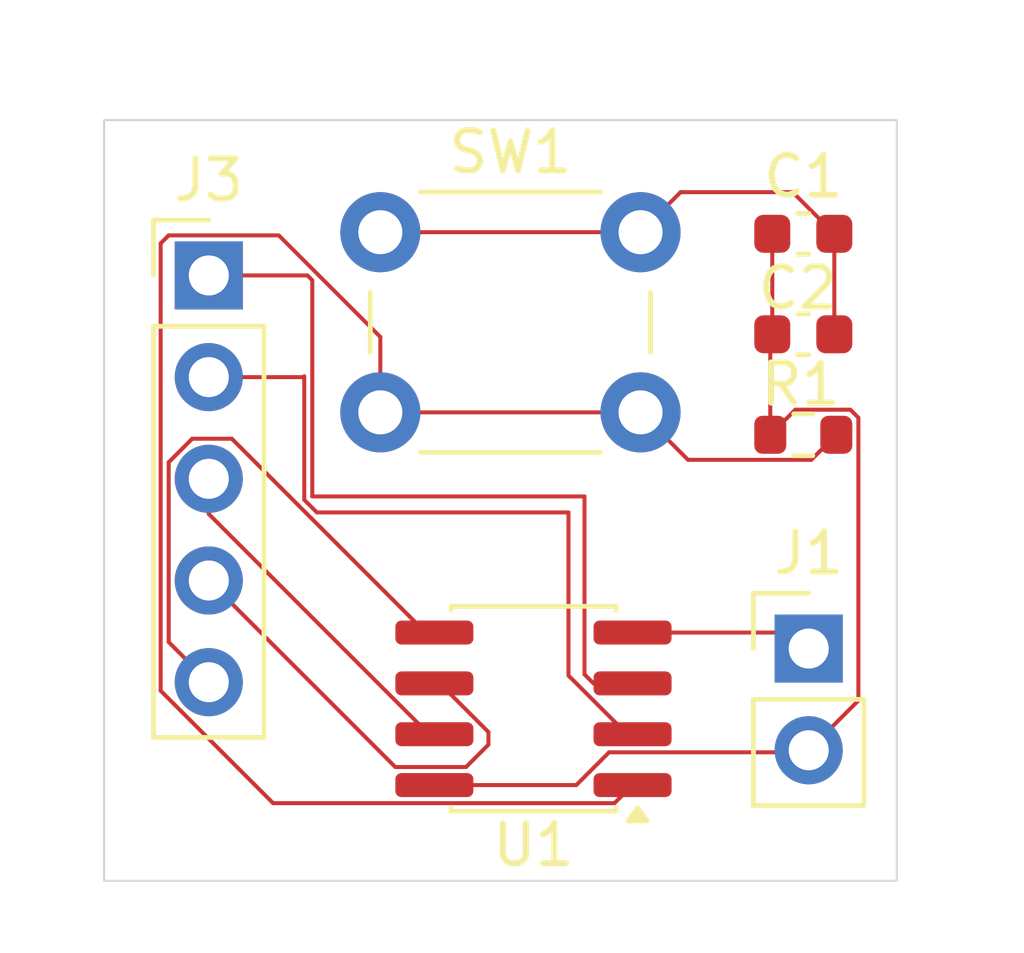
<source format=kicad_pcb>
(kicad_pcb (version 20241229) (generator "pcbnew") (generator_version "9.0")
  (layers (0 "F.Cu" signal) (4 "In1.Cu" power) (6 "In2.Cu" power) (2 "B.Cu" signal) (13 "F.Paste" user) (15 "B.Paste" user) (5 "F.SilkS" user "F.Silkscreen") (7 "B.SilkS" user "B.Silkscreen") (1 "F.Mask" user) (3 "B.Mask" user) (25 "Edge.Cuts" user))
  (net 0 "")
  (net 1 "Net-(U1-~{RESET}{slash}PB5)")
  (net 2 "5VD")
  (net 3 "Net-(J3-Pin_1)")
  (net 4 "Net-(J3-Pin_3)")
  (net 5 "Net-(J3-Pin_4)")
  (net 6 "Net-(J3-Pin_2)")
  (net 7 "GNDD")
  (net 8 "Net-(J3-Pin_5)")
  (footprint "Resistor_SMD:R_0603_1608Metric" (layer "F.Cu") (at 153.265 89.06)
    (property "Reference" "R1" (at -0.065 -1.26 0) (layer "F.SilkS"))
    (property "Value" "10k")
    (fp_line (start -0.237258 -0.5225) (end 0.237258 -0.5225) (stroke (width 0.12)) (layer "F.SilkS"))
    (fp_line (start -0.237258 0.5225) (end 0.237258 0.5225) (stroke (width 0.12)) (layer "F.SilkS"))
    (pad "1" smd roundrect (at -0.825 0) (size 0.8 0.95) (layers "F.Cu" "F.Mask" "F.Paste") (net 2 "5VD"))
    (pad "2" smd roundrect (at 0.825 0) (size 0.8 0.95) (layers "F.Cu" "F.Mask" "F.Paste") (net 1 "Net-(U1-~{RESET}{slash}PB5)"))
  )
  (footprint "Button_Switch_THT:SW_PUSH_6mm" (layer "F.Cu") (at 142.7 84)
    (property "Reference" "SW1" (at 3.25 -2 0) (layer "F.SilkS"))
    (property "Value" "SW_Push")
    (fp_line (start -0.25 1.5) (end -0.25 3) (stroke (width 0.12)) (layer "F.SilkS"))
    (fp_line (start 1 5.5) (end 5.5 5.5) (stroke (width 0.12)) (layer "F.SilkS"))
    (fp_line (start 5.5 -1) (end 1 -1) (stroke (width 0.12)) (layer "F.SilkS"))
    (fp_line (start 6.75 3) (end 6.75 1.5) (stroke (width 0.12)) (layer "F.SilkS"))
    (pad "1" thru_hole circle (at 0 0 90) (size 2 2) (drill 1.1) (layers "*.Cu" "*.Mask") (net 7 "GNDD"))
    (pad "1" thru_hole circle (at 6.5 0 90) (size 2 2) (drill 1.1) (layers "*.Cu" "*.Mask") (net 7 "GNDD"))
    (pad "2" thru_hole circle (at 0 4.5 90) (size 2 2) (drill 1.1) (layers "*.Cu" "*.Mask") (net 1 "Net-(U1-~{RESET}{slash}PB5)"))
    (pad "2" thru_hole circle (at 6.5 4.5 90) (size 2 2) (drill 1.1) (layers "*.Cu" "*.Mask") (net 1 "Net-(U1-~{RESET}{slash}PB5)"))
  )
  (footprint "Connector_PinHeader_2.54mm:PinHeader_1x05_P2.54mm_Vertical" (layer "F.Cu") (at 138.415 85.08)
    (property "Reference" "J3" (at 0 -2.38 0) (layer "F.SilkS"))
    (property "Value" "GPIO")
    (fp_line (start -1.38 -1.38) (end 0 -1.38) (stroke (width 0.12)) (layer "F.SilkS"))
    (fp_line (start -1.38 0) (end -1.38 -1.38) (stroke (width 0.12)) (layer "F.SilkS"))
    (fp_line (start -1.38 1.27) (end -1.38 11.54) (stroke (width 0.12)) (layer "F.SilkS"))
    (fp_line (start -1.38 1.27) (end 1.38 1.27) (stroke (width 0.12)) (layer "F.SilkS"))
    (fp_line (start -1.38 11.54) (end 1.38 11.54) (stroke (width 0.12)) (layer "F.SilkS"))
    (fp_line (start 1.38 1.27) (end 1.38 11.54) (stroke (width 0.12)) (layer "F.SilkS"))
    (pad "1" thru_hole rect (at 0 0) (size 1.7 1.7) (drill 1) (layers "*.Cu" "*.Mask") (net 3 "Net-(J3-Pin_1)"))
    (pad "2" thru_hole circle (at 0 2.54) (size 1.7 1.7) (drill 1) (layers "*.Cu" "*.Mask") (net 6 "Net-(J3-Pin_2)"))
    (pad "3" thru_hole circle (at 0 5.08) (size 1.7 1.7) (drill 1) (layers "*.Cu" "*.Mask") (net 4 "Net-(J3-Pin_3)"))
    (pad "4" thru_hole circle (at 0 7.62) (size 1.7 1.7) (drill 1) (layers "*.Cu" "*.Mask") (net 5 "Net-(J3-Pin_4)"))
    (pad "5" thru_hole circle (at 0 10.16) (size 1.7 1.7) (drill 1) (layers "*.Cu" "*.Mask") (net 8 "Net-(J3-Pin_5)"))
  )
  (footprint "Capacitor_SMD:C_0603_1608Metric" (layer "F.Cu") (at 153.265 86.55)
    (property "Reference" "C2" (at -0.14058 -1.15 0) (layer "F.SilkS"))
    (property "Value" "4.7uF")
    (fp_line (start -0.14058 -0.51) (end 0.14058 -0.51) (stroke (width 0.12)) (layer "F.SilkS"))
    (fp_line (start -0.14058 0.51) (end 0.14058 0.51) (stroke (width 0.12)) (layer "F.SilkS"))
    (pad "1" smd roundrect (at -0.775 0) (size 0.9 0.95) (layers "F.Cu" "F.Mask" "F.Paste") (net 2 "5VD"))
    (pad "2" smd roundrect (at 0.775 0) (size 0.9 0.95) (layers "F.Cu" "F.Mask" "F.Paste") (net 7 "GNDD"))
  )
  (footprint "Capacitor_SMD:C_0603_1608Metric" (layer "F.Cu") (at 153.265 84.04)
    (property "Reference" "C1" (at 0 -1.43 0) (layer "F.SilkS"))
    (property "Value" "0.1uF")
    (fp_line (start -0.14058 -0.51) (end 0.14058 -0.51) (stroke (width 0.12)) (layer "F.SilkS"))
    (fp_line (start -0.14058 0.51) (end 0.14058 0.51) (stroke (width 0.12)) (layer "F.SilkS"))
    (pad "1" smd roundrect (at -0.775 0) (size 0.9 0.95) (layers "F.Cu" "F.Mask" "F.Paste") (net 2 "5VD"))
    (pad "2" smd roundrect (at 0.775 0) (size 0.9 0.95) (layers "F.Cu" "F.Mask" "F.Paste") (net 7 "GNDD"))
  )
  (footprint "Package_SO:SOIC-8_3.9x4.9mm_P1.27mm" (layer "F.Cu") (at 146.525 95.905 180)
    (property "Reference" "U1" (at 0 -3.4 0) (layer "F.SilkS"))
    (property "Value" "ATtiny85-20S")
    (fp_line (start 2.06 2.56) (end -2.06 2.56) (stroke (width 0.12)) (layer "F.SilkS"))
    (fp_line (start 2.06 2.465) (end 2.06 2.56) (stroke (width 0.12)) (layer "F.SilkS"))
    (fp_line (start 2.06 -2.56) (end 2.06 -2.465) (stroke (width 0.12)) (layer "F.SilkS"))
    (fp_line (start -2.06 2.56) (end -2.06 2.465) (stroke (width 0.12)) (layer "F.SilkS"))
    (fp_line (start -2.06 -2.465) (end -2.06 -2.56) (stroke (width 0.12)) (layer "F.SilkS"))
    (fp_line (start -2.06 -2.56) (end 2.06 -2.56) (stroke (width 0.12)) (layer "F.SilkS"))
    (fp_poly (pts (xy -2.6 -2.47) (xy -2.84 -2.8) (xy -2.36 -2.8)) (stroke (width 0.12)) (fill yes) (layer "F.SilkS"))
    (pad "1" smd roundrect (at -2.475 -1.905 180) (size 1.95 0.6) (layers "F.Cu" "F.Mask" "F.Paste") (net 1 "Net-(U1-~{RESET}{slash}PB5)"))
    (pad "2" smd roundrect (at -2.475 -0.635 180) (size 1.95 0.6) (layers "F.Cu" "F.Mask" "F.Paste") (net 6 "Net-(J3-Pin_2)"))
    (pad "3" smd roundrect (at -2.475 0.635 180) (size 1.95 0.6) (layers "F.Cu" "F.Mask" "F.Paste") (net 3 "Net-(J3-Pin_1)"))
    (pad "4" smd roundrect (at -2.475 1.905 180) (size 1.95 0.6) (layers "F.Cu" "F.Mask" "F.Paste") (net 7 "GNDD"))
    (pad "5" smd roundrect (at 2.475 1.905 180) (size 1.95 0.6) (layers "F.Cu" "F.Mask" "F.Paste") (net 8 "Net-(J3-Pin_5)"))
    (pad "6" smd roundrect (at 2.475 0.635 180) (size 1.95 0.6) (layers "F.Cu" "F.Mask" "F.Paste") (net 5 "Net-(J3-Pin_4)"))
    (pad "7" smd roundrect (at 2.475 -0.635 180) (size 1.95 0.6) (layers "F.Cu" "F.Mask" "F.Paste") (net 4 "Net-(J3-Pin_3)"))
    (pad "8" smd roundrect (at 2.475 -1.905 180) (size 1.95 0.6) (layers "F.Cu" "F.Mask" "F.Paste") (net 2 "5VD"))
  )
  (footprint "Connector_PinHeader_2.54mm:PinHeader_1x02_P2.54mm_Vertical" (layer "F.Cu") (at 153.4 94.4)
    (property "Reference" "J1" (at 0 -2.38 0) (layer "F.SilkS"))
    (property "Value" "Conn_01x02_Socket" (hide yes))
    (fp_line (start -1.38 -1.38) (end 0 -1.38) (stroke (width 0.12)) (layer "F.SilkS"))
    (fp_line (start -1.38 0) (end -1.38 -1.38) (stroke (width 0.12)) (layer "F.SilkS"))
    (fp_line (start -1.38 1.27) (end -1.38 3.92) (stroke (width 0.12)) (layer "F.SilkS"))
    (fp_line (start -1.38 1.27) (end 1.38 1.27) (stroke (width 0.12)) (layer "F.SilkS"))
    (fp_line (start -1.38 3.92) (end 1.38 3.92) (stroke (width 0.12)) (layer "F.SilkS"))
    (fp_line (start 1.38 1.27) (end 1.38 3.92) (stroke (width 0.12)) (layer "F.SilkS"))
    (pad "1" thru_hole rect (at 0 0) (size 1.7 1.7) (drill 1) (layers "*.Cu" "*.Mask") (net 7 "GNDD"))
    (pad "2" thru_hole circle (at 0 2.54) (size 1.7 1.7) (drill 1) (layers "*.Cu" "*.Mask") (net 2 "5VD"))
  )
  (gr_rect (start 135.8 81.2) (end 155.6 100.2) (stroke (width 0.05)) (fill no) (layer "Edge.Cuts"))
  (segment (start 137.213 84.28) (end 137.414 84.079) (width 0.1) (layer "F.Cu") (net 1))
  (segment (start 148.549 98.261) (end 140.020372 98.261) (width 0.1) (layer "F.Cu") (net 1))
  (segment (start 150.386 89.686) (end 149.2 88.5) (width 0.1) (layer "F.Cu") (net 1))
  (segment (start 149 97.81) (end 148.549 98.261) (width 0.1) (layer "F.Cu") (net 1))
  (segment (start 137.414 84.079) (end 140.163256 84.079) (width 0.1) (layer "F.Cu") (net 1))
  (segment (start 153.464 89.686) (end 150.386 89.686) (width 0.1) (layer "F.Cu") (net 1))
  (segment (start 137.213 95.453628) (end 137.213 84.28) (width 0.1) (layer "F.Cu") (net 1))
  (segment (start 140.020372 98.261) (end 137.213 95.453628) (width 0.1) (layer "F.Cu") (net 1))
  (segment (start 142.7 86.615744) (end 142.7 88.5) (width 0.1) (layer "F.Cu") (net 1))
  (segment (start 154.09 89.06) (end 153.464 89.686) (width 0.1) (layer "F.Cu") (net 1))
  (segment (start 140.163256 84.079) (end 142.7 86.615744) (width 0.1) (layer "F.Cu") (net 1))
  (segment (start 142.7 88.5) (end 149.2 88.5) (width 0.1) (layer "F.Cu") (net 1))
  (segment (start 152.44 86.6) (end 152.49 86.55) (width 0.1) (layer "F.Cu") (net 2))
  (segment (start 153.066 88.434) (end 152.44 89.06) (width 0.1) (layer "F.Cu") (net 2))
  (segment (start 154.641 95.699) (end 154.641 88.634068) (width 0.1) (layer "F.Cu") (net 2))
  (segment (start 154.641 88.634068) (end 154.440932 88.434) (width 0.1) (layer "F.Cu") (net 2))
  (segment (start 154.440932 88.434) (end 153.066 88.434) (width 0.1) (layer "F.Cu") (net 2))
  (segment (start 153.349 96.991) (end 153.4 96.94) (width 0.1) (layer "F.Cu") (net 2))
  (segment (start 144.05 97.81) (end 147.595164 97.81) (width 0.1) (layer "F.Cu") (net 2))
  (segment (start 147.595164 97.81) (end 148.414164 96.991) (width 0.1) (layer "F.Cu") (net 2))
  (segment (start 152.44 89.06) (end 152.44 86.6) (width 0.1) (layer "F.Cu") (net 2))
  (segment (start 152.49 86.55) (end 152.49 84.04) (width 0.1) (layer "F.Cu") (net 2))
  (segment (start 148.414164 96.991) (end 153.349 96.991) (width 0.1) (layer "F.Cu") (net 2))
  (segment (start 153.4 96.94) (end 154.641 95.699) (width 0.1) (layer "F.Cu") (net 2))
  (segment (start 140.88 85.08) (end 141 85.2) (width 0.1) (layer "F.Cu") (net 3))
  (segment (start 147.8 95.044999) (end 148.025001 95.27) (width 0.1) (layer "F.Cu") (net 3))
  (segment (start 138.415 85.08) (end 140.88 85.08) (width 0.1) (layer "F.Cu") (net 3))
  (segment (start 141 90.6) (end 147.8 90.6) (width 0.1) (layer "F.Cu") (net 3))
  (segment (start 147.8 90.6) (end 147.8 95.044999) (width 0.1) (layer "F.Cu") (net 3))
  (segment (start 141 85.2) (end 141 90.6) (width 0.1) (layer "F.Cu") (net 3))
  (segment (start 148.025001 95.27) (end 149 95.27) (width 0.1) (layer "F.Cu") (net 3))
  (segment (start 143.915164 96.54) (end 144.05 96.54) (width 0.1) (layer "F.Cu") (net 4))
  (segment (start 138.415 90.16) (end 138.415 91.039836) (width 0.1) (layer "F.Cu") (net 4))
  (segment (start 138.415 91.039836) (end 143.915164 96.54) (width 0.1) (layer "F.Cu") (net 4))
  (segment (start 138.415 92.7) (end 143.074 97.359) (width 0.1) (layer "F.Cu") (net 5))
  (segment (start 145.4 96.8) (end 145.4 96.485164) (width 0.1) (layer "F.Cu") (net 5))
  (segment (start 143.074 97.359) (end 144.841 97.359) (width 0.1) (layer "F.Cu") (net 5))
  (segment (start 144.184836 95.27) (end 144.05 95.27) (width 0.1) (layer "F.Cu") (net 5))
  (segment (start 144.841 97.359) (end 145.4 96.8) (width 0.1) (layer "F.Cu") (net 5))
  (segment (start 145.4 96.485164) (end 144.184836 95.27) (width 0.1) (layer "F.Cu") (net 5))
  (segment (start 140.78 87.62) (end 140.8 87.6) (width 0.1) (layer "F.Cu") (net 6))
  (segment (start 138.415 87.62) (end 140.78 87.62) (width 0.1) (layer "F.Cu") (net 6))
  (segment (start 140.8 90.684257) (end 141.115743 91) (width 0.1) (layer "F.Cu") (net 6))
  (segment (start 147.4 95.074836) (end 148.865164 96.54) (width 0.1) (layer "F.Cu") (net 6))
  (segment (start 141.115743 91) (end 147.4 91) (width 0.1) (layer "F.Cu") (net 6))
  (segment (start 140.8 87.6) (end 140.8 90.684257) (width 0.1) (layer "F.Cu") (net 6))
  (segment (start 147.4 91) (end 147.4 95.074836) (width 0.1) (layer "F.Cu") (net 6))
  (segment (start 148.865164 96.54) (end 149 96.54) (width 0.1) (layer "F.Cu") (net 6))
  (segment (start 153 94) (end 153.4 94.4) (width 0.1) (layer "F.Cu") (net 7))
  (segment (start 154.04 84.04) (end 153 83) (width 0.1) (layer "F.Cu") (net 7))
  (segment (start 149 94) (end 153 94) (width 0.1) (layer "F.Cu") (net 7))
  (segment (start 149.2 84) (end 142.7 84) (width 0.1) (layer "F.Cu") (net 7))
  (segment (start 153 83) (end 150.2 83) (width 0.1) (layer "F.Cu") (net 7))
  (segment (start 154.04 86.55) (end 154.04 84.04) (width 0.1) (layer "F.Cu") (net 7))
  (segment (start 150.2 83) (end 149.2 84) (width 0.1) (layer "F.Cu") (net 7))
  (segment (start 137.414 89.745372) (end 138.000372 89.159) (width 0.1) (layer "F.Cu") (net 8))
  (segment (start 138.000372 89.159) (end 138.990487 89.159) (width 0.1) (layer "F.Cu") (net 8))
  (segment (start 143.831487 94) (end 144.05 94) (width 0.1) (layer "F.Cu") (net 8))
  (segment (start 138.415 95.24) (end 137.414 94.239) (width 0.1) (layer "F.Cu") (net 8))
  (segment (start 137.414 94.239) (end 137.414 89.745372) (width 0.1) (layer "F.Cu") (net 8))
  (segment (start 138.990487 89.159) (end 143.831487 94) (width 0.1) (layer "F.Cu") (net 8))
)
</source>
